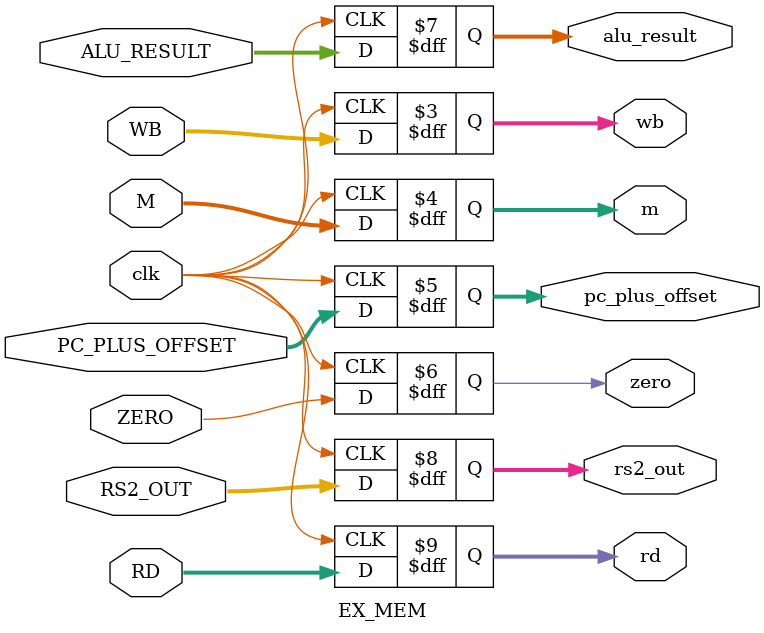
<source format=v>
`timescale 1ns / 1ps

module EX_MEM(
    input [1:0] WB,
    input [2:0] M,
    input [31:0] PC_PLUS_OFFSET,
    input ZERO,
    input [31:0] ALU_RESULT,
    input [31:0] RS2_OUT,
    input [4:0] RD,
    output reg [1:0] wb,
    output reg [2:0] m,
    output reg [31:0] pc_plus_offset,
    output reg zero,
    output reg [31:0] alu_result,
    output reg [31:0] rs2_out,
    output reg [4:0] rd,
    input clk
    );

    initial begin
        wb <= 0;
        m <= 0;
        pc_plus_offset <= 0;
        zero <= 0;
        alu_result <= 0;
        rs2_out <= 0;
        rd <= 0;
    end
    
    always@(posedge clk) begin
        wb <= WB;
        m <= M;
        pc_plus_offset <= PC_PLUS_OFFSET;
        zero <= ZERO;
        alu_result <= ALU_RESULT;
        rs2_out <= RS2_OUT;
        rd <= RD;
    end
    
endmodule

</source>
